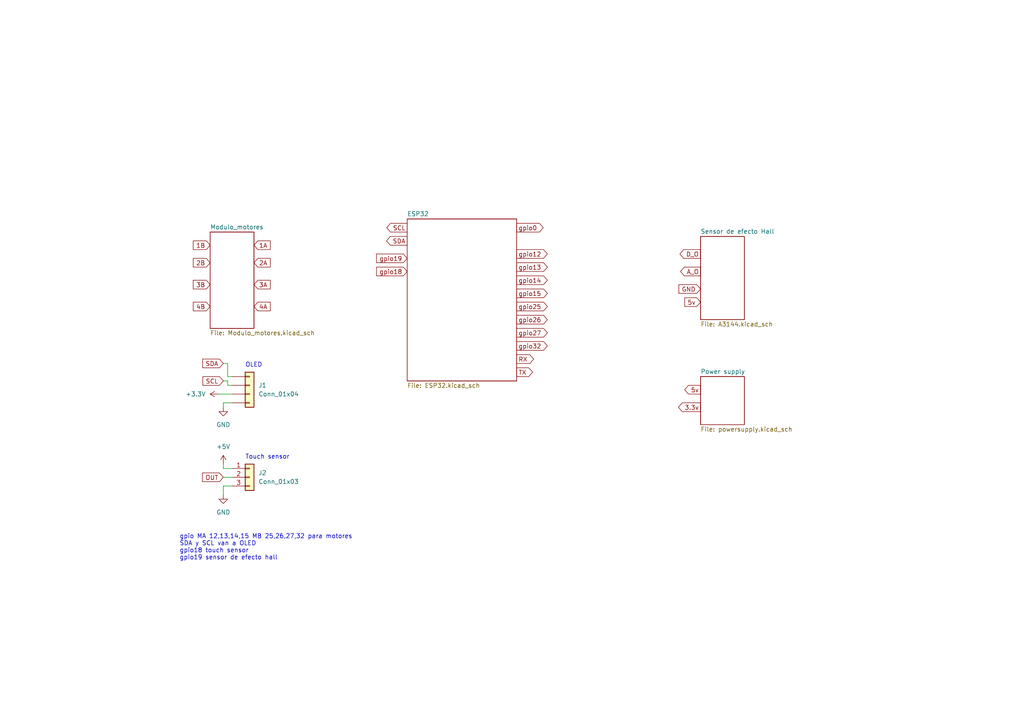
<source format=kicad_sch>
(kicad_sch (version 20211123) (generator eeschema)
  (paper "A4")
  (lib_symbols
    (symbol "Connector_Generic:Conn_01x03" (pin_names (offset 1.016) hide)
      (property "Reference" "J" (at 0 5.08 0))
      (property "Value" "Conn_01x03" (at 0 -5.08 0))
      (symbol "Conn_01x03_1_1"
        (rectangle (start -1.27 -2.413) (end 0 -2.667) (stroke (width 0.1524)))
        (rectangle (start -1.27 0.127) (end 0 -0.127) (stroke (width 0.1524)))
        (rectangle (start -1.27 2.667) (end 0 2.413) (stroke (width 0.1524)))
        (rectangle (start -1.27 3.81) (end 1.27 -3.81) (stroke (width 0.254)) (fill (type background)))
        (pin passive line (at -5.08 2.54 0) (length 3.81) (name "Pin_1") (number "1"))
        (pin passive line (at -5.08 0 0) (length 3.81) (name "Pin_2") (number "2"))
        (pin passive line (at -5.08 -2.54 0) (length 3.81) (name "Pin_3") (number "3"))
      )
    )
    (symbol "Connector_Generic:Conn_01x04" (pin_numbers hide) (pin_names (offset 1.016) hide)
      (property "Reference" "J" (at 0 5.08 0))
      (property "Value" "Conn_01x04" (at 0 -7.62 0))
      (symbol "Conn_01x04_1_1"
        (rectangle (start -1.27 -4.953) (end 0 -5.207) (stroke (width 0.1524)))
        (rectangle (start -1.27 -2.413) (end 0 -2.667) (stroke (width 0.1524)))
        (rectangle (start -1.27 0.127) (end 0 -0.127) (stroke (width 0.1524)))
        (rectangle (start -1.27 2.667) (end 0 2.413) (stroke (width 0.1524)))
        (rectangle (start -1.27 3.81) (end 1.27 -6.35) (stroke (width 0.254)) (fill (type background)))
        (pin passive line (at -5.08 2.54 0) (length 3.81) (name "Pin_1") (number "1"))
        (pin passive line (at -5.08 0 0) (length 3.81) (name "Pin_2") (number "2"))
        (pin passive line (at -5.08 -2.54 0) (length 3.81) (name "Pin_3") (number "3"))
        (pin passive line (at -5.08 -5.08 0) (length 3.81) (name "Pin_4") (number "4"))
      )
    )
    (symbol "power:+3.3V" (power) (pin_names (offset 0))
      (property "Value" "+3.3V" (at 0 3.556 0))
      (symbol "+3.3V_0_1"
        (polyline (pts (xy -0.762 1.27) (xy 0 2.54)))
        (polyline (pts (xy 0 0) (xy 0 2.54)))
        (polyline (pts (xy 0 2.54) (xy 0.762 1.27)))
      )
      (symbol "+3.3V_1_1"
        (pin power_in line (at 0 0 90) (length 0) hide (name "+3.3V") (number "1"))
      )
    )
    (symbol "power:+5V" (power) (pin_names (offset 0))
      (property "Value" "+5V" (at 0 3.556 0))
      (symbol "+5V_0_1"
        (polyline (pts (xy -0.762 1.27) (xy 0 2.54)))
        (polyline (pts (xy 0 0) (xy 0 2.54)))
        (polyline (pts (xy 0 2.54) (xy 0.762 1.27)))
      )
      (symbol "+5V_1_1"
        (pin power_in line (at 0 0 90) (length 0) hide (name "+5V") (number "1"))
      )
    )
    (symbol "power:GND" (power) (pin_names (offset 0))
      (property "Value" "GND" (at 0 -3.81 0))
      (symbol "GND_0_1"
        (polyline (pts (xy 0 0) (xy 0 -1.27) (xy 1.27 -1.27) (xy 0 -2.54) (xy -1.27 -1.27) (xy 0 -1.27)))
      )
      (symbol "GND_1_1"
        (pin power_in line (at 0 0 270) (length 0) hide (name "GND") (number "1"))
      )
    )
  )
  (wire (pts (xy 64.77 116.84) (xy 64.77 118.11)))
  (wire (pts (xy 66.04 109.22) (xy 66.04 105.41)))
  (wire (pts (xy 67.31 109.22) (xy 66.04 109.22)))
  (wire (pts (xy 63.5 114.3) (xy 67.31 114.3)))
  (wire (pts (xy 66.04 111.76) (xy 67.31 111.76)))
  (wire (pts (xy 66.04 110.49) (xy 66.04 111.76)))
  (wire (pts (xy 67.31 116.84) (xy 64.77 116.84)))
  (wire (pts (xy 67.31 135.89) (xy 64.77 135.89)))
  (wire (pts (xy 64.77 135.89) (xy 64.77 134.62)))
  (wire (pts (xy 64.77 140.97) (xy 64.77 143.51)))
  (wire (pts (xy 67.31 140.97) (xy 64.77 140.97)))
  (wire (pts (xy 64.77 138.43) (xy 67.31 138.43)))
  (wire (pts (xy 64.77 110.49) (xy 66.04 110.49)))
  (wire (pts (xy 66.04 105.41) (xy 64.77 105.41)))
  (text "Touch sensor" (at 71.12 133.35 0) (effects (font (size 1.27 1.27)) (justify left bottom)))
  (text "OLED" (at 71.12 106.68 0) (effects (font (size 1.27 1.27)) (justify left bottom)))
  (text "gpio MA 12,13,14,15 MB 25,26,27,32 para motores\nSDA y SCL van a OLED\ngpio18 touch sensor\ngpio19 sensor de efecto hall" (at 52.07 162.56 0) (effects (font (size 1.27 1.27)) (justify left bottom)))
  (global_label "TX" (shape output) (at 149.86 107.95 0) (property "Intersheet References" "${INTERSHEET_REFS}" (effects hide)))
  (global_label "A_O" (shape output) (at 203.2 78.74 180) (property "Intersheet References" "${INTERSHEET_REFS}" (effects hide)))
  (global_label "gpio19" (shape input) (at 118.11 74.93 180) (property "Intersheet References" "${INTERSHEET_REFS}" (effects hide)))
  (global_label "gpio27" (shape output) (at 149.86 96.52 0) (property "Intersheet References" "${INTERSHEET_REFS}" (effects hide)))
  (global_label "5v" (shape input) (at 203.2 87.63 180) (property "Intersheet References" "${INTERSHEET_REFS}" (effects hide)))
  (global_label "RX" (shape output) (at 149.86 104.14 0) (property "Intersheet References" "${INTERSHEET_REFS}" (effects hide)))
  (global_label "gpio25" (shape output) (at 149.86 88.9 0) (property "Intersheet References" "${INTERSHEET_REFS}" (effects hide)))
  (global_label "3A" (shape input) (at 73.66 82.55 0) (property "Intersheet References" "${INTERSHEET_REFS}" (effects hide)))
  (global_label "D_O" (shape output) (at 203.2 73.66 180) (property "Intersheet References" "${INTERSHEET_REFS}" (effects hide)))
  (global_label "1A" (shape input) (at 73.66 71.12 0) (property "Intersheet References" "${INTERSHEET_REFS}" (effects hide)))
  (global_label "3.3v" (shape output) (at 203.2 118.11 180) (property "Intersheet References" "${INTERSHEET_REFS}" (effects hide)))
  (global_label "SCL" (shape input) (at 64.77 110.49 180) (property "Intersheet References" "${INTERSHEET_REFS}" (effects hide)))
  (global_label "SDA" (shape output) (at 118.11 69.85 180) (property "Intersheet References" "${INTERSHEET_REFS}" (effects hide)))
  (global_label "gpio32" (shape output) (at 149.86 100.33 0) (property "Intersheet References" "${INTERSHEET_REFS}" (effects hide)))
  (global_label "gpio12" (shape output) (at 149.86 73.66 0) (property "Intersheet References" "${INTERSHEET_REFS}" (effects hide)))
  (global_label "2B" (shape input) (at 60.96 76.2 180) (property "Intersheet References" "${INTERSHEET_REFS}" (effects hide)))
  (global_label "4A" (shape input) (at 73.66 88.9 0) (property "Intersheet References" "${INTERSHEET_REFS}" (effects hide)))
  (global_label "gpio26" (shape output) (at 149.86 92.71 0) (property "Intersheet References" "${INTERSHEET_REFS}" (effects hide)))
  (global_label "2A" (shape input) (at 73.66 76.2 0) (property "Intersheet References" "${INTERSHEET_REFS}" (effects hide)))
  (global_label "1B" (shape input) (at 60.96 71.12 180) (property "Intersheet References" "${INTERSHEET_REFS}" (effects hide)))
  (global_label "4B" (shape input) (at 60.96 88.9 180) (property "Intersheet References" "${INTERSHEET_REFS}" (effects hide)))
  (global_label "gpio14" (shape output) (at 149.86 81.28 0) (property "Intersheet References" "${INTERSHEET_REFS}" (effects hide)))
  (global_label "OUT" (shape input) (at 64.77 138.43 180) (property "Intersheet References" "${INTERSHEET_REFS}" (effects hide)))
  (global_label "5v" (shape output) (at 203.2 113.03 180) (property "Intersheet References" "${INTERSHEET_REFS}" (effects hide)))
  (global_label "GND" (shape input) (at 203.2 83.82 180) (property "Intersheet References" "${INTERSHEET_REFS}" (effects hide)))
  (global_label "gpio18" (shape input) (at 118.11 78.74 180) (property "Intersheet References" "${INTERSHEET_REFS}" (effects hide)))
  (global_label "3B" (shape input) (at 60.96 82.55 180) (property "Intersheet References" "${INTERSHEET_REFS}" (effects hide)))
  (global_label "gpio0" (shape output) (at 149.86 66.04 0) (property "Intersheet References" "${INTERSHEET_REFS}" (effects hide)))
  (global_label "SDA" (shape input) (at 64.77 105.41 180) (property "Intersheet References" "${INTERSHEET_REFS}" (effects hide)))
  (global_label "gpio13" (shape output) (at 149.86 77.47 0) (property "Intersheet References" "${INTERSHEET_REFS}" (effects hide)))
  (global_label "SCL" (shape output) (at 118.11 66.04 180) (property "Intersheet References" "${INTERSHEET_REFS}" (effects hide)))
  (global_label "gpio15" (shape output) (at 149.86 85.09 0) (property "Intersheet References" "${INTERSHEET_REFS}" (effects hide)))
  (symbol (lib_id "Connector_Generic:Conn_01x04") (at 72.39 111.76 0) (unit 1)
    (property "Reference" "J1" (at 74.93 111.7599 0) (effects (justify left)))
    (property "Value" "Conn_01x04" (at 74.93 114.2999 0) (effects (justify left)))
    (property "Footprint" "Connector_JST:JST_EH_B4B-EH-A_1x04_P2.50mm_Vertical" (effects hide))
  )
  (symbol (lib_id "power:GND") (at 64.77 143.51 0) (unit 1)
    (property "Reference" "#PWR?" (effects hide))
    (property "Value" "GND" (at 64.77 148.59 0))
  )
  (symbol (lib_id "power:+5V") (at 64.77 134.62 0) (unit 1)
    (property "Reference" "#PWR?" (effects hide))
    (property "Value" "+5V" (at 64.77 129.54 0))
  )
  (symbol (lib_id "power:GND") (at 64.77 118.11 0) (unit 1)
    (property "Reference" "#PWR?" (effects hide))
    (property "Value" "GND" (at 64.77 123.19 0))
  )
  (symbol (lib_id "Connector_Generic:Conn_01x03") (at 72.39 138.43 0) (unit 1)
    (property "Reference" "J2" (at 74.93 137.1599 0) (effects (justify left)))
    (property "Value" "Conn_01x03" (at 74.93 139.6999 0) (effects (justify left)))
    (property "Footprint" "Connector_JST:JST_EH_B3B-EH-A_1x03_P2.50mm_Vertical" (effects hide))
  )
  (symbol (lib_id "power:+3.3V") (at 63.5 114.3 90) (unit 1)
    (property "Reference" "#PWR?" (effects hide))
    (property "Value" "+3.3V" (at 59.69 114.2999 90) (effects (justify left)))
  )
  (sheet (at 203.2 68.58) (size 12.7 24.13) (stroke (width 0.1524))
    (property "Sheet name" "Sensor de efecto Hall" (at 203.2 67.8684 0) (effects (justify left bottom)))
    (property "Sheet file" "A3144.kicad_sch" (at 203.2 93.2946 0) (effects (justify left top)))
  )
  (sheet (at 118.11 63.5) (size 31.75 46.99) (stroke (width 0.1524))
    (property "Sheet name" "ESP32" (at 118.11 62.7884 0) (effects (justify left bottom)))
    (property "Sheet file" "ESP32.kicad_sch" (at 118.11 111.0746 0) (effects (justify left top)))
  )
  (sheet (at 203.2 109.22) (size 12.7 13.97) (stroke (width 0.1524))
    (property "Sheet name" "Power supply" (at 203.2 108.5084 0) (effects (justify left bottom)))
    (property "Sheet file" "powersupply.kicad_sch" (at 203.2 123.7746 0) (effects (justify left top)))
  )
  (sheet (at 60.96 67.31) (size 12.7 27.94) (stroke (width 0.1524))
    (property "Sheet name" "Modulo_motores" (at 60.96 66.5984 0) (effects (justify left bottom)))
    (property "Sheet file" "Modulo_motores.kicad_sch" (at 60.96 95.8346 0) (effects (justify left top)))
  )
)
</source>
